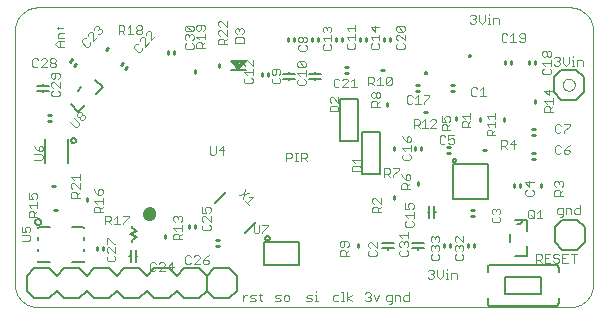
<source format=gto>
G75*
%MOIN*%
%OFA0B0*%
%FSLAX24Y24*%
%IPPOS*%
%LPD*%
%AMOC8*
5,1,8,0,0,1.08239X$1,22.5*
%
%ADD10C,0.0030*%
%ADD11C,0.0010*%
%ADD12C,0.0100*%
%ADD13C,0.0020*%
%ADD14C,0.0079*%
%ADD15C,0.0050*%
%ADD16C,0.0059*%
%ADD17C,0.0040*%
%ADD18C,0.0080*%
%ADD19C,0.0400*%
%ADD20C,0.0060*%
%ADD21C,0.0000*%
D10*
X004665Y003402D02*
X004713Y003354D01*
X004810Y003354D01*
X004858Y003402D01*
X004960Y003354D02*
X005153Y003548D01*
X005153Y003596D01*
X005105Y003644D01*
X005008Y003644D01*
X004960Y003596D01*
X004858Y003596D02*
X004810Y003644D01*
X004713Y003644D01*
X004665Y003596D01*
X004665Y003402D01*
X004960Y003354D02*
X005153Y003354D01*
X005254Y003499D02*
X005448Y003499D01*
X005399Y003354D02*
X005399Y003644D01*
X005254Y003499D01*
X005831Y003632D02*
X005879Y003584D01*
X005976Y003584D01*
X006025Y003632D01*
X006126Y003584D02*
X006319Y003778D01*
X006319Y003826D01*
X006271Y003874D01*
X006174Y003874D01*
X006126Y003826D01*
X006025Y003826D02*
X005976Y003874D01*
X005879Y003874D01*
X005831Y003826D01*
X005831Y003632D01*
X006126Y003584D02*
X006319Y003584D01*
X006420Y003632D02*
X006469Y003584D01*
X006565Y003584D01*
X006614Y003632D01*
X006614Y003681D01*
X006565Y003729D01*
X006420Y003729D01*
X006420Y003632D01*
X006420Y003729D02*
X006517Y003826D01*
X006614Y003874D01*
X005735Y004404D02*
X005445Y004404D01*
X005445Y004549D01*
X005493Y004598D01*
X005590Y004598D01*
X005638Y004549D01*
X005638Y004404D01*
X005638Y004501D02*
X005735Y004598D01*
X005735Y004699D02*
X005735Y004892D01*
X005735Y004795D02*
X005445Y004795D01*
X005542Y004699D01*
X005493Y004993D02*
X005445Y005042D01*
X005445Y005139D01*
X005493Y005187D01*
X005542Y005187D01*
X005590Y005139D01*
X005638Y005187D01*
X005687Y005187D01*
X005735Y005139D01*
X005735Y005042D01*
X005687Y004993D01*
X005590Y005090D02*
X005590Y005139D01*
X006395Y005144D02*
X006395Y005047D01*
X006443Y004999D01*
X006443Y004898D02*
X006395Y004849D01*
X006395Y004752D01*
X006443Y004704D01*
X006637Y004704D01*
X006685Y004752D01*
X006685Y004849D01*
X006637Y004898D01*
X006685Y004999D02*
X006492Y005192D01*
X006443Y005192D01*
X006395Y005144D01*
X006685Y005192D02*
X006685Y004999D01*
X006637Y005293D02*
X006685Y005342D01*
X006685Y005439D01*
X006637Y005487D01*
X006540Y005487D01*
X006492Y005439D01*
X006492Y005390D01*
X006540Y005293D01*
X006395Y005293D01*
X006395Y005487D01*
X007627Y005890D02*
X007969Y005959D01*
X007972Y005819D02*
X008109Y005819D01*
X007904Y005613D01*
X007836Y005682D02*
X007972Y005545D01*
X007764Y005753D02*
X007833Y006095D01*
X009197Y007010D02*
X009197Y007300D01*
X009342Y007300D01*
X009390Y007251D01*
X009390Y007155D01*
X009342Y007106D01*
X009197Y007106D01*
X009492Y007010D02*
X009588Y007010D01*
X009540Y007010D02*
X009540Y007300D01*
X009492Y007300D02*
X009588Y007300D01*
X009688Y007300D02*
X009833Y007300D01*
X009881Y007251D01*
X009881Y007155D01*
X009833Y007106D01*
X009688Y007106D01*
X009688Y007010D02*
X009688Y007300D01*
X009785Y007106D02*
X009881Y007010D01*
X011391Y007062D02*
X011488Y006966D01*
X011439Y006865D02*
X011391Y006816D01*
X011391Y006671D01*
X011681Y006671D01*
X011681Y006816D01*
X011633Y006865D01*
X011439Y006865D01*
X011681Y006966D02*
X011681Y007159D01*
X011681Y007062D02*
X011391Y007062D01*
X012476Y006781D02*
X012621Y006781D01*
X012669Y006733D01*
X012669Y006636D01*
X012621Y006588D01*
X012476Y006588D01*
X012572Y006588D02*
X012669Y006491D01*
X012770Y006491D02*
X012770Y006540D01*
X012964Y006733D01*
X012964Y006781D01*
X012770Y006781D01*
X012476Y006781D02*
X012476Y006491D01*
X013045Y006572D02*
X013093Y006475D01*
X013190Y006379D01*
X013190Y006524D01*
X013238Y006572D01*
X013287Y006572D01*
X013335Y006524D01*
X013335Y006427D01*
X013287Y006379D01*
X013190Y006379D01*
X013190Y006278D02*
X013238Y006229D01*
X013238Y006084D01*
X013238Y006181D02*
X013335Y006278D01*
X013190Y006278D02*
X013093Y006278D01*
X013045Y006229D01*
X013045Y006084D01*
X013335Y006084D01*
X013305Y005603D02*
X013402Y005603D01*
X013450Y005555D01*
X013450Y005458D01*
X013402Y005409D01*
X013305Y005409D02*
X013257Y005506D01*
X013257Y005555D01*
X013305Y005603D01*
X013160Y005603D02*
X013160Y005409D01*
X013305Y005409D01*
X013450Y005308D02*
X013450Y005115D01*
X013450Y005212D02*
X013160Y005212D01*
X013257Y005115D01*
X013208Y005014D02*
X013160Y004965D01*
X013160Y004869D01*
X013208Y004820D01*
X013402Y004820D01*
X013450Y004869D01*
X013450Y004965D01*
X013402Y005014D01*
X013265Y004637D02*
X013265Y004443D01*
X013265Y004540D02*
X012975Y004540D01*
X013072Y004443D01*
X013072Y004342D02*
X013120Y004294D01*
X013168Y004342D01*
X013217Y004342D01*
X013265Y004294D01*
X013265Y004197D01*
X013217Y004149D01*
X013217Y004048D02*
X013265Y003999D01*
X013265Y003902D01*
X013217Y003854D01*
X013023Y003854D01*
X012975Y003902D01*
X012975Y003999D01*
X013023Y004048D01*
X013023Y004149D02*
X012975Y004197D01*
X012975Y004294D01*
X013023Y004342D01*
X013072Y004342D01*
X013120Y004294D02*
X013120Y004245D01*
X014015Y004160D02*
X014063Y004208D01*
X014112Y004208D01*
X014160Y004160D01*
X014208Y004208D01*
X014257Y004208D01*
X014305Y004160D01*
X014305Y004063D01*
X014257Y004015D01*
X014257Y003914D02*
X014305Y003865D01*
X014305Y003769D01*
X014257Y003720D01*
X014063Y003720D01*
X014015Y003769D01*
X014015Y003865D01*
X014063Y003914D01*
X014063Y004015D02*
X014015Y004063D01*
X014015Y004160D01*
X014160Y004160D02*
X014160Y004112D01*
X014257Y004309D02*
X014305Y004358D01*
X014305Y004455D01*
X014257Y004503D01*
X014208Y004503D01*
X014160Y004455D01*
X014160Y004406D01*
X014160Y004455D02*
X014112Y004503D01*
X014063Y004503D01*
X014015Y004455D01*
X014015Y004358D01*
X014063Y004309D01*
X014815Y004358D02*
X014863Y004309D01*
X014815Y004358D02*
X014815Y004455D01*
X014863Y004503D01*
X014912Y004503D01*
X015105Y004309D01*
X015105Y004503D01*
X015057Y004208D02*
X015105Y004160D01*
X015105Y004063D01*
X015057Y004015D01*
X015057Y003914D02*
X015105Y003865D01*
X015105Y003769D01*
X015057Y003720D01*
X014863Y003720D01*
X014815Y003769D01*
X014815Y003865D01*
X014863Y003914D01*
X014863Y004015D02*
X014815Y004063D01*
X014815Y004160D01*
X014863Y004208D01*
X014912Y004208D01*
X014960Y004160D01*
X015008Y004208D01*
X015057Y004208D01*
X014960Y004160D02*
X014960Y004112D01*
X014562Y003433D02*
X014562Y003384D01*
X014562Y003288D02*
X014562Y003094D01*
X014514Y003094D02*
X014611Y003094D01*
X014711Y003094D02*
X014711Y003288D01*
X014856Y003288D01*
X014904Y003239D01*
X014904Y003094D01*
X014562Y003288D02*
X014514Y003288D01*
X014413Y003384D02*
X014413Y003191D01*
X014316Y003094D01*
X014219Y003191D01*
X014219Y003384D01*
X014118Y003336D02*
X014118Y003288D01*
X014070Y003239D01*
X014118Y003191D01*
X014118Y003142D01*
X014070Y003094D01*
X013973Y003094D01*
X013925Y003142D01*
X014022Y003239D02*
X014070Y003239D01*
X014118Y003336D02*
X014070Y003384D01*
X013973Y003384D01*
X013925Y003336D01*
X013306Y002634D02*
X013306Y002344D01*
X013161Y002344D01*
X013112Y002392D01*
X013112Y002489D01*
X013161Y002538D01*
X013306Y002538D01*
X013011Y002489D02*
X013011Y002344D01*
X013011Y002489D02*
X012963Y002538D01*
X012818Y002538D01*
X012818Y002344D01*
X012717Y002344D02*
X012571Y002344D01*
X012523Y002392D01*
X012523Y002489D01*
X012571Y002538D01*
X012717Y002538D01*
X012717Y002296D01*
X012668Y002247D01*
X012620Y002247D01*
X012212Y002344D02*
X012308Y002538D01*
X012115Y002538D02*
X012212Y002344D01*
X012014Y002392D02*
X011965Y002344D01*
X011869Y002344D01*
X011820Y002392D01*
X011917Y002489D02*
X011965Y002489D01*
X012014Y002441D01*
X012014Y002392D01*
X011965Y002489D02*
X012014Y002538D01*
X012014Y002586D01*
X011965Y002634D01*
X011869Y002634D01*
X011820Y002586D01*
X011383Y002538D02*
X011238Y002441D01*
X011383Y002344D01*
X011238Y002344D02*
X011238Y002634D01*
X011090Y002634D02*
X011090Y002344D01*
X011138Y002344D02*
X011041Y002344D01*
X010940Y002344D02*
X010795Y002344D01*
X010747Y002392D01*
X010747Y002489D01*
X010795Y002538D01*
X010940Y002538D01*
X011041Y002634D02*
X011090Y002634D01*
X010212Y002634D02*
X010212Y002683D01*
X010212Y002538D02*
X010212Y002344D01*
X010164Y002344D02*
X010261Y002344D01*
X010212Y002538D02*
X010164Y002538D01*
X010063Y002538D02*
X009918Y002538D01*
X009869Y002489D01*
X009918Y002441D01*
X010015Y002441D01*
X010063Y002392D01*
X010015Y002344D01*
X009869Y002344D01*
X009308Y002392D02*
X009308Y002489D01*
X009260Y002538D01*
X009163Y002538D01*
X009115Y002489D01*
X009115Y002392D01*
X009163Y002344D01*
X009260Y002344D01*
X009308Y002392D01*
X009014Y002392D02*
X008965Y002441D01*
X008869Y002441D01*
X008820Y002489D01*
X008869Y002538D01*
X009014Y002538D01*
X009014Y002392D02*
X008965Y002344D01*
X008820Y002344D01*
X008384Y002344D02*
X008335Y002392D01*
X008335Y002586D01*
X008287Y002538D02*
X008384Y002538D01*
X008186Y002538D02*
X008041Y002538D01*
X007992Y002489D01*
X008041Y002441D01*
X008137Y002441D01*
X008186Y002392D01*
X008137Y002344D01*
X007992Y002344D01*
X007892Y002538D02*
X007843Y002538D01*
X007747Y002441D01*
X007747Y002344D02*
X007747Y002538D01*
X010995Y003854D02*
X010995Y003999D01*
X011043Y004048D01*
X011140Y004048D01*
X011188Y003999D01*
X011188Y003854D01*
X011188Y003951D02*
X011285Y004048D01*
X011237Y004149D02*
X011285Y004197D01*
X011285Y004294D01*
X011237Y004342D01*
X011043Y004342D01*
X010995Y004294D01*
X010995Y004197D01*
X011043Y004149D01*
X011092Y004149D01*
X011140Y004197D01*
X011140Y004342D01*
X011285Y003854D02*
X010995Y003854D01*
X008603Y004846D02*
X008410Y004652D01*
X008410Y004604D01*
X008308Y004652D02*
X008308Y004894D01*
X008410Y004894D02*
X008603Y004894D01*
X008603Y004846D01*
X008308Y004652D02*
X008260Y004604D01*
X008163Y004604D01*
X008115Y004652D01*
X008115Y004894D01*
X012070Y005304D02*
X012070Y005449D01*
X012118Y005498D01*
X012215Y005498D01*
X012263Y005449D01*
X012263Y005304D01*
X012263Y005401D02*
X012360Y005498D01*
X012360Y005599D02*
X012167Y005792D01*
X012118Y005792D01*
X012070Y005744D01*
X012070Y005647D01*
X012118Y005599D01*
X012360Y005599D02*
X012360Y005792D01*
X012360Y005304D02*
X012070Y005304D01*
X013118Y007054D02*
X013312Y007054D01*
X013360Y007102D01*
X013360Y007199D01*
X013312Y007248D01*
X013360Y007349D02*
X013360Y007542D01*
X013360Y007445D02*
X013070Y007445D01*
X013167Y007349D01*
X013118Y007248D02*
X013070Y007199D01*
X013070Y007102D01*
X013118Y007054D01*
X013215Y007643D02*
X013118Y007740D01*
X013070Y007837D01*
X013215Y007789D02*
X013215Y007643D01*
X013312Y007643D01*
X013360Y007692D01*
X013360Y007789D01*
X013312Y007837D01*
X013263Y007837D01*
X013215Y007789D01*
X014315Y007821D02*
X014315Y007627D01*
X014363Y007579D01*
X014460Y007579D01*
X014508Y007627D01*
X014610Y007627D02*
X014658Y007579D01*
X014755Y007579D01*
X014803Y007627D01*
X014803Y007724D01*
X014755Y007773D01*
X014706Y007773D01*
X014610Y007724D01*
X014610Y007869D01*
X014803Y007869D01*
X014508Y007821D02*
X014460Y007869D01*
X014363Y007869D01*
X014315Y007821D01*
X016365Y007719D02*
X016365Y007429D01*
X016365Y007526D02*
X016510Y007526D01*
X016558Y007574D01*
X016558Y007671D01*
X016510Y007719D01*
X016365Y007719D01*
X016462Y007526D02*
X016558Y007429D01*
X016660Y007574D02*
X016853Y007574D01*
X016805Y007429D02*
X016805Y007719D01*
X016660Y007574D01*
X018165Y007496D02*
X018165Y007302D01*
X018213Y007254D01*
X018310Y007254D01*
X018358Y007302D01*
X018460Y007302D02*
X018508Y007254D01*
X018605Y007254D01*
X018653Y007302D01*
X018653Y007351D01*
X018605Y007399D01*
X018460Y007399D01*
X018460Y007302D01*
X018460Y007399D02*
X018556Y007496D01*
X018653Y007544D01*
X018358Y007496D02*
X018310Y007544D01*
X018213Y007544D01*
X018165Y007496D01*
X018213Y007954D02*
X018310Y007954D01*
X018358Y008002D01*
X018460Y008002D02*
X018460Y007954D01*
X018460Y008002D02*
X018653Y008196D01*
X018653Y008244D01*
X018460Y008244D01*
X018358Y008196D02*
X018310Y008244D01*
X018213Y008244D01*
X018165Y008196D01*
X018165Y008002D01*
X018213Y007954D01*
X015864Y009184D02*
X015670Y009184D01*
X015767Y009184D02*
X015767Y009474D01*
X015670Y009378D01*
X015569Y009426D02*
X015521Y009474D01*
X015424Y009474D01*
X015376Y009426D01*
X015376Y009232D01*
X015424Y009184D01*
X015521Y009184D01*
X015569Y009232D01*
X017745Y009952D02*
X017793Y009904D01*
X017987Y009904D01*
X018035Y009952D01*
X018035Y010049D01*
X017987Y010098D01*
X018035Y010199D02*
X018035Y010392D01*
X018035Y010295D02*
X017745Y010295D01*
X017842Y010199D01*
X017793Y010098D02*
X017745Y010049D01*
X017745Y009952D01*
X018125Y010242D02*
X018173Y010194D01*
X018270Y010194D01*
X018318Y010242D01*
X018318Y010291D01*
X018270Y010339D01*
X018222Y010339D01*
X018270Y010339D02*
X018318Y010388D01*
X018318Y010436D01*
X018270Y010484D01*
X018173Y010484D01*
X018125Y010436D01*
X018035Y010542D02*
X017987Y010493D01*
X017938Y010493D01*
X017890Y010542D01*
X017890Y010639D01*
X017938Y010687D01*
X017987Y010687D01*
X018035Y010639D01*
X018035Y010542D01*
X017890Y010542D02*
X017842Y010493D01*
X017793Y010493D01*
X017745Y010542D01*
X017745Y010639D01*
X017793Y010687D01*
X017842Y010687D01*
X017890Y010639D01*
X018419Y010484D02*
X018419Y010291D01*
X018516Y010194D01*
X018613Y010291D01*
X018613Y010484D01*
X018714Y010388D02*
X018762Y010388D01*
X018762Y010194D01*
X018714Y010194D02*
X018811Y010194D01*
X018911Y010194D02*
X018911Y010388D01*
X019056Y010388D01*
X019104Y010339D01*
X019104Y010194D01*
X018762Y010484D02*
X018762Y010533D01*
X017164Y011032D02*
X017164Y011226D01*
X017115Y011274D01*
X017019Y011274D01*
X016970Y011226D01*
X016970Y011178D01*
X017019Y011129D01*
X017164Y011129D01*
X017164Y011032D02*
X017115Y010984D01*
X017019Y010984D01*
X016970Y011032D01*
X016869Y010984D02*
X016676Y010984D01*
X016772Y010984D02*
X016772Y011274D01*
X016676Y011178D01*
X016575Y011226D02*
X016526Y011274D01*
X016429Y011274D01*
X016381Y011226D01*
X016381Y011032D01*
X016429Y010984D01*
X016526Y010984D01*
X016575Y011032D01*
X016304Y011594D02*
X016304Y011739D01*
X016256Y011788D01*
X016111Y011788D01*
X016111Y011594D01*
X016011Y011594D02*
X015914Y011594D01*
X015962Y011594D02*
X015962Y011788D01*
X015914Y011788D01*
X015962Y011884D02*
X015962Y011933D01*
X015813Y011884D02*
X015813Y011691D01*
X015716Y011594D01*
X015619Y011691D01*
X015619Y011884D01*
X015518Y011836D02*
X015518Y011788D01*
X015470Y011739D01*
X015518Y011691D01*
X015518Y011642D01*
X015470Y011594D01*
X015373Y011594D01*
X015325Y011642D01*
X015422Y011739D02*
X015470Y011739D01*
X015518Y011836D02*
X015470Y011884D01*
X015373Y011884D01*
X015325Y011836D01*
X013155Y011479D02*
X013155Y011382D01*
X013107Y011333D01*
X012913Y011527D01*
X013107Y011527D01*
X013155Y011479D01*
X013107Y011333D02*
X012913Y011333D01*
X012865Y011382D01*
X012865Y011479D01*
X012913Y011527D01*
X012913Y011232D02*
X012865Y011184D01*
X012865Y011087D01*
X012913Y011039D01*
X012913Y010938D02*
X012865Y010889D01*
X012865Y010792D01*
X012913Y010744D01*
X013107Y010744D01*
X013155Y010792D01*
X013155Y010889D01*
X013107Y010938D01*
X013155Y011039D02*
X012962Y011232D01*
X012913Y011232D01*
X013155Y011232D02*
X013155Y011039D01*
X012305Y011039D02*
X012305Y011232D01*
X012305Y011135D02*
X012015Y011135D01*
X012112Y011039D01*
X012063Y010938D02*
X012015Y010889D01*
X012015Y010792D01*
X012063Y010744D01*
X012257Y010744D01*
X012305Y010792D01*
X012305Y010889D01*
X012257Y010938D01*
X012160Y011333D02*
X012160Y011527D01*
X012305Y011479D02*
X012015Y011479D01*
X012160Y011333D01*
X011505Y011353D02*
X011505Y011547D01*
X011505Y011450D02*
X011215Y011450D01*
X011312Y011353D01*
X011505Y011252D02*
X011505Y011059D01*
X011505Y011155D02*
X011215Y011155D01*
X011312Y011059D01*
X011263Y010958D02*
X011215Y010909D01*
X011215Y010812D01*
X011263Y010764D01*
X011457Y010764D01*
X011505Y010812D01*
X011505Y010909D01*
X011457Y010958D01*
X010705Y011009D02*
X010705Y011202D01*
X010705Y011105D02*
X010415Y011105D01*
X010512Y011009D01*
X010463Y010908D02*
X010415Y010859D01*
X010415Y010762D01*
X010463Y010714D01*
X010657Y010714D01*
X010705Y010762D01*
X010705Y010859D01*
X010657Y010908D01*
X010657Y011303D02*
X010705Y011352D01*
X010705Y011449D01*
X010657Y011497D01*
X010608Y011497D01*
X010560Y011449D01*
X010560Y011400D01*
X010560Y011449D02*
X010512Y011497D01*
X010463Y011497D01*
X010415Y011449D01*
X010415Y011352D01*
X010463Y011303D01*
X009812Y010337D02*
X009860Y010289D01*
X009860Y010192D01*
X009812Y010143D01*
X009618Y010337D01*
X009812Y010337D01*
X009618Y010337D02*
X009570Y010289D01*
X009570Y010192D01*
X009618Y010143D01*
X009812Y010143D01*
X009860Y010042D02*
X009860Y009849D01*
X009860Y009945D02*
X009570Y009945D01*
X009667Y009849D01*
X009618Y009748D02*
X009570Y009699D01*
X009570Y009602D01*
X009618Y009554D01*
X009812Y009554D01*
X009860Y009602D01*
X009860Y009699D01*
X009812Y009748D01*
X010781Y009716D02*
X010781Y009522D01*
X010829Y009474D01*
X010926Y009474D01*
X010975Y009522D01*
X011076Y009474D02*
X011269Y009668D01*
X011269Y009716D01*
X011221Y009764D01*
X011124Y009764D01*
X011076Y009716D01*
X010975Y009716D02*
X010926Y009764D01*
X010829Y009764D01*
X010781Y009716D01*
X011076Y009474D02*
X011269Y009474D01*
X011370Y009474D02*
X011564Y009474D01*
X011467Y009474D02*
X011467Y009764D01*
X011370Y009668D01*
X011931Y009631D02*
X012076Y009631D01*
X012125Y009679D01*
X012125Y009776D01*
X012076Y009824D01*
X011931Y009824D01*
X011931Y009534D01*
X012028Y009631D02*
X012125Y009534D01*
X012226Y009534D02*
X012419Y009534D01*
X012322Y009534D02*
X012322Y009824D01*
X012226Y009728D01*
X012520Y009776D02*
X012569Y009824D01*
X012665Y009824D01*
X012714Y009776D01*
X012520Y009582D01*
X012569Y009534D01*
X012665Y009534D01*
X012714Y009582D01*
X012714Y009776D01*
X012520Y009776D02*
X012520Y009582D01*
X012282Y009312D02*
X012330Y009264D01*
X012330Y009167D01*
X012282Y009119D01*
X012233Y009119D01*
X012185Y009167D01*
X012185Y009264D01*
X012233Y009312D01*
X012282Y009312D01*
X012185Y009264D02*
X012137Y009312D01*
X012088Y009312D01*
X012040Y009264D01*
X012040Y009167D01*
X012088Y009119D01*
X012137Y009119D01*
X012185Y009167D01*
X012185Y009018D02*
X012088Y009018D01*
X012040Y008969D01*
X012040Y008824D01*
X012330Y008824D01*
X012233Y008824D02*
X012233Y008969D01*
X012185Y009018D01*
X012233Y008921D02*
X012330Y009018D01*
X010941Y008966D02*
X010748Y009159D01*
X010699Y009159D01*
X010651Y009111D01*
X010651Y009014D01*
X010699Y008966D01*
X010699Y008865D02*
X010651Y008816D01*
X010651Y008671D01*
X010941Y008671D01*
X010941Y008816D01*
X010893Y008865D01*
X010699Y008865D01*
X010941Y008966D02*
X010941Y009159D01*
X009010Y009652D02*
X009010Y009749D01*
X008962Y009798D01*
X008962Y009899D02*
X009010Y009947D01*
X009010Y010044D01*
X008962Y010092D01*
X008768Y010092D01*
X008720Y010044D01*
X008720Y009947D01*
X008768Y009899D01*
X008817Y009899D01*
X008865Y009947D01*
X008865Y010092D01*
X008768Y009798D02*
X008720Y009749D01*
X008720Y009652D01*
X008768Y009604D01*
X008962Y009604D01*
X009010Y009652D01*
X008085Y009652D02*
X008085Y009749D01*
X008037Y009798D01*
X008085Y009899D02*
X008085Y010092D01*
X008085Y009995D02*
X007795Y009995D01*
X007892Y009899D01*
X007843Y009798D02*
X007795Y009749D01*
X007795Y009652D01*
X007843Y009604D01*
X008037Y009604D01*
X008085Y009652D01*
X008085Y010193D02*
X007892Y010387D01*
X007843Y010387D01*
X007795Y010339D01*
X007795Y010242D01*
X007843Y010193D01*
X008085Y010193D02*
X008085Y010387D01*
X007235Y010904D02*
X006945Y010904D01*
X006945Y011049D01*
X006993Y011098D01*
X007090Y011098D01*
X007138Y011049D01*
X007138Y010904D01*
X007138Y011001D02*
X007235Y011098D01*
X007235Y011199D02*
X007042Y011392D01*
X006993Y011392D01*
X006945Y011344D01*
X006945Y011247D01*
X006993Y011199D01*
X007235Y011199D02*
X007235Y011392D01*
X007235Y011493D02*
X007042Y011687D01*
X006993Y011687D01*
X006945Y011639D01*
X006945Y011542D01*
X006993Y011493D01*
X007235Y011493D02*
X007235Y011687D01*
X007499Y011397D02*
X007547Y011446D01*
X007596Y011446D01*
X007644Y011397D01*
X007693Y011446D01*
X007741Y011446D01*
X007789Y011397D01*
X007789Y011301D01*
X007741Y011252D01*
X007741Y011151D02*
X007547Y011151D01*
X007499Y011103D01*
X007499Y010958D01*
X007789Y010958D01*
X007789Y011103D01*
X007741Y011151D01*
X007547Y011252D02*
X007499Y011301D01*
X007499Y011397D01*
X007644Y011397D02*
X007644Y011349D01*
X006491Y011412D02*
X006491Y011509D01*
X006443Y011558D01*
X006250Y011558D01*
X006201Y011509D01*
X006201Y011412D01*
X006250Y011364D01*
X006298Y011364D01*
X006346Y011412D01*
X006346Y011558D01*
X006116Y011483D02*
X006116Y011387D01*
X006068Y011338D01*
X005874Y011532D01*
X006068Y011532D01*
X006116Y011483D01*
X006068Y011338D02*
X005874Y011338D01*
X005826Y011387D01*
X005826Y011483D01*
X005874Y011532D01*
X005874Y011237D02*
X005923Y011237D01*
X005971Y011189D01*
X006020Y011237D01*
X006068Y011237D01*
X006116Y011189D01*
X006116Y011092D01*
X006068Y011044D01*
X006068Y010943D02*
X006116Y010894D01*
X006116Y010797D01*
X006068Y010749D01*
X005874Y010749D01*
X005826Y010797D01*
X005826Y010894D01*
X005874Y010943D01*
X005874Y011044D02*
X005826Y011092D01*
X005826Y011189D01*
X005874Y011237D01*
X005971Y011189D02*
X005971Y011140D01*
X006201Y011166D02*
X006491Y011166D01*
X006491Y011069D02*
X006491Y011263D01*
X006443Y011364D02*
X006491Y011412D01*
X006201Y011166D02*
X006298Y011069D01*
X006346Y010968D02*
X006395Y010920D01*
X006395Y010775D01*
X006491Y010775D02*
X006201Y010775D01*
X006201Y010920D01*
X006250Y010968D01*
X006346Y010968D01*
X006395Y010872D02*
X006491Y010968D01*
X004844Y011178D02*
X004707Y011042D01*
X004707Y011315D01*
X004673Y011349D01*
X004604Y011349D01*
X004536Y011281D01*
X004536Y011213D01*
X004465Y011141D02*
X004396Y011141D01*
X004328Y011073D01*
X004328Y011004D01*
X004256Y010933D02*
X004188Y010933D01*
X004119Y010864D01*
X004119Y010796D01*
X004256Y010659D01*
X004325Y010659D01*
X004393Y010728D01*
X004393Y010796D01*
X004499Y010833D02*
X004499Y011107D01*
X004465Y011141D01*
X004353Y011248D02*
X004256Y011248D01*
X004208Y011296D01*
X004208Y011345D01*
X004256Y011393D01*
X004353Y011393D01*
X004401Y011345D01*
X004401Y011296D01*
X004353Y011248D01*
X004353Y011393D02*
X004401Y011442D01*
X004401Y011490D01*
X004353Y011538D01*
X004256Y011538D01*
X004208Y011490D01*
X004208Y011442D01*
X004256Y011393D01*
X004107Y011248D02*
X003913Y011248D01*
X004010Y011248D02*
X004010Y011538D01*
X003913Y011442D01*
X003812Y011490D02*
X003812Y011393D01*
X003764Y011345D01*
X003619Y011345D01*
X003715Y011345D02*
X003812Y011248D01*
X003619Y011248D02*
X003619Y011538D01*
X003764Y011538D01*
X003812Y011490D01*
X003074Y011383D02*
X003074Y011315D01*
X003005Y011247D01*
X002937Y011247D01*
X002900Y011141D02*
X002763Y011004D01*
X002763Y011278D01*
X002729Y011312D01*
X002660Y011312D01*
X002592Y011243D01*
X002592Y011175D01*
X002520Y011104D02*
X002452Y011104D01*
X002384Y011035D01*
X002384Y010967D01*
X002520Y010830D01*
X002589Y010830D01*
X002657Y010898D01*
X002657Y010967D01*
X002800Y011383D02*
X002800Y011452D01*
X002869Y011520D01*
X002937Y011520D01*
X002971Y011486D01*
X002971Y011418D01*
X003040Y011418D01*
X003074Y011383D01*
X002971Y011418D02*
X002937Y011383D01*
X001795Y011299D02*
X001650Y011299D01*
X001602Y011251D01*
X001602Y011106D01*
X001795Y011106D01*
X001795Y011005D02*
X001602Y011005D01*
X001505Y010908D01*
X001602Y010811D01*
X001795Y010811D01*
X001650Y010811D02*
X001650Y011005D01*
X001602Y011401D02*
X001602Y011497D01*
X001553Y011449D02*
X001747Y011449D01*
X001795Y011497D01*
X001473Y010440D02*
X001521Y010391D01*
X001521Y010343D01*
X001473Y010295D01*
X001376Y010295D01*
X001328Y010343D01*
X001328Y010391D01*
X001376Y010440D01*
X001473Y010440D01*
X001473Y010295D02*
X001521Y010246D01*
X001521Y010198D01*
X001473Y010149D01*
X001376Y010149D01*
X001328Y010198D01*
X001328Y010246D01*
X001376Y010295D01*
X001226Y010343D02*
X001033Y010149D01*
X001226Y010149D01*
X000932Y010198D02*
X000883Y010149D01*
X000787Y010149D01*
X000738Y010198D01*
X000738Y010391D01*
X000787Y010440D01*
X000883Y010440D01*
X000932Y010391D01*
X001033Y010391D02*
X001081Y010440D01*
X001178Y010440D01*
X001226Y010391D01*
X001226Y010343D01*
X001413Y009953D02*
X001365Y009905D01*
X001365Y009808D01*
X001413Y009759D01*
X001462Y009759D01*
X001510Y009808D01*
X001510Y009953D01*
X001607Y009953D02*
X001413Y009953D01*
X001607Y009953D02*
X001655Y009905D01*
X001655Y009808D01*
X001607Y009759D01*
X001655Y009658D02*
X001655Y009465D01*
X001462Y009658D01*
X001413Y009658D01*
X001365Y009610D01*
X001365Y009513D01*
X001413Y009465D01*
X001413Y009364D02*
X001365Y009315D01*
X001365Y009219D01*
X001413Y009170D01*
X001607Y009170D01*
X001655Y009219D01*
X001655Y009315D01*
X001607Y009364D01*
X004499Y010833D02*
X004636Y010970D01*
X006656Y007524D02*
X006656Y007282D01*
X006705Y007233D01*
X006802Y007233D01*
X006850Y007282D01*
X006850Y007524D01*
X006951Y007379D02*
X007145Y007379D01*
X007096Y007524D02*
X006951Y007379D01*
X007096Y007233D02*
X007096Y007524D01*
X003085Y006039D02*
X003085Y005942D01*
X003037Y005893D01*
X002940Y005893D01*
X002940Y006039D01*
X002988Y006087D01*
X003037Y006087D01*
X003085Y006039D01*
X002940Y005893D02*
X002843Y005990D01*
X002795Y006087D01*
X003085Y005792D02*
X003085Y005599D01*
X003085Y005695D02*
X002795Y005695D01*
X002892Y005599D01*
X002940Y005498D02*
X002988Y005449D01*
X002988Y005304D01*
X002988Y005401D02*
X003085Y005498D01*
X002940Y005498D02*
X002843Y005498D01*
X002795Y005449D01*
X002795Y005304D01*
X003085Y005304D01*
X003165Y005194D02*
X003310Y005194D01*
X003358Y005146D01*
X003358Y005049D01*
X003310Y005001D01*
X003165Y005001D01*
X003262Y005001D02*
X003358Y004904D01*
X003460Y004904D02*
X003653Y004904D01*
X003556Y004904D02*
X003556Y005194D01*
X003460Y005098D01*
X003754Y005194D02*
X003948Y005194D01*
X003948Y005146D01*
X003754Y004952D01*
X003754Y004904D01*
X003165Y004904D02*
X003165Y005194D01*
X002316Y005795D02*
X002026Y005795D01*
X002026Y005940D01*
X002074Y005988D01*
X002171Y005988D01*
X002219Y005940D01*
X002219Y005795D01*
X002219Y005891D02*
X002316Y005988D01*
X002316Y006089D02*
X002123Y006283D01*
X002074Y006283D01*
X002026Y006234D01*
X002026Y006138D01*
X002074Y006089D01*
X002316Y006089D02*
X002316Y006283D01*
X002316Y006384D02*
X002316Y006577D01*
X002316Y006481D02*
X002026Y006481D01*
X002123Y006384D01*
X000905Y005889D02*
X000905Y005792D01*
X000857Y005743D01*
X000760Y005743D02*
X000712Y005840D01*
X000712Y005889D01*
X000760Y005937D01*
X000857Y005937D01*
X000905Y005889D01*
X000760Y005743D02*
X000615Y005743D01*
X000615Y005937D01*
X000615Y005545D02*
X000905Y005545D01*
X000905Y005449D02*
X000905Y005642D01*
X000712Y005449D02*
X000615Y005545D01*
X000663Y005348D02*
X000760Y005348D01*
X000808Y005299D01*
X000808Y005154D01*
X000808Y005251D02*
X000905Y005348D01*
X000663Y005348D02*
X000615Y005299D01*
X000615Y005154D01*
X000905Y005154D01*
X003215Y004453D02*
X003215Y004259D01*
X003263Y004158D02*
X003215Y004110D01*
X003215Y004013D01*
X003263Y003965D01*
X003263Y003864D02*
X003215Y003815D01*
X003215Y003719D01*
X003263Y003670D01*
X003457Y003670D01*
X003505Y003719D01*
X003505Y003815D01*
X003457Y003864D01*
X003505Y003965D02*
X003312Y004158D01*
X003263Y004158D01*
X003457Y004259D02*
X003505Y004259D01*
X003457Y004259D02*
X003263Y004453D01*
X003215Y004453D01*
X003505Y004158D02*
X003505Y003965D01*
X017165Y005913D02*
X017213Y005865D01*
X017407Y005865D01*
X017455Y005913D01*
X017455Y006010D01*
X017407Y006058D01*
X017310Y006159D02*
X017310Y006353D01*
X017455Y006305D02*
X017165Y006305D01*
X017310Y006159D01*
X017213Y006058D02*
X017165Y006010D01*
X017165Y005913D01*
X018140Y005865D02*
X018140Y006010D01*
X018188Y006058D01*
X018285Y006058D01*
X018333Y006010D01*
X018333Y005865D01*
X018333Y005962D02*
X018430Y006058D01*
X018382Y006159D02*
X018430Y006208D01*
X018430Y006305D01*
X018382Y006353D01*
X018333Y006353D01*
X018285Y006305D01*
X018285Y006256D01*
X018285Y006305D02*
X018237Y006353D01*
X018188Y006353D01*
X018140Y006305D01*
X018140Y006208D01*
X018188Y006159D01*
X018140Y005865D02*
X018430Y005865D01*
X019006Y005534D02*
X019006Y005244D01*
X018861Y005244D01*
X018812Y005292D01*
X018812Y005389D01*
X018861Y005438D01*
X019006Y005438D01*
X018711Y005389D02*
X018711Y005244D01*
X018711Y005389D02*
X018663Y005438D01*
X018518Y005438D01*
X018518Y005244D01*
X018417Y005244D02*
X018271Y005244D01*
X018223Y005292D01*
X018223Y005389D01*
X018271Y005438D01*
X018417Y005438D01*
X018417Y005196D01*
X018368Y005147D01*
X018320Y005147D01*
X017743Y005104D02*
X017550Y005104D01*
X017646Y005104D02*
X017646Y005394D01*
X017550Y005298D01*
X017448Y005346D02*
X017448Y005152D01*
X017400Y005104D01*
X017303Y005104D01*
X017255Y005152D01*
X017255Y005346D01*
X017303Y005394D01*
X017400Y005394D01*
X017448Y005346D01*
X017352Y005201D02*
X017448Y005104D01*
X017523Y003917D02*
X017668Y003917D01*
X017716Y003869D01*
X017716Y003772D01*
X017668Y003723D01*
X017523Y003723D01*
X017523Y003627D02*
X017523Y003917D01*
X017620Y003723D02*
X017716Y003627D01*
X017817Y003627D02*
X018011Y003627D01*
X018112Y003675D02*
X018161Y003627D01*
X018257Y003627D01*
X018306Y003675D01*
X018306Y003723D01*
X018257Y003772D01*
X018161Y003772D01*
X018112Y003820D01*
X018112Y003869D01*
X018161Y003917D01*
X018257Y003917D01*
X018306Y003869D01*
X018407Y003917D02*
X018407Y003627D01*
X018600Y003627D01*
X018504Y003772D02*
X018407Y003772D01*
X018407Y003917D02*
X018600Y003917D01*
X018701Y003917D02*
X018895Y003917D01*
X018798Y003917D02*
X018798Y003627D01*
X018011Y003917D02*
X017817Y003917D01*
X017817Y003627D01*
X017817Y003772D02*
X017914Y003772D01*
D11*
X013750Y002139D02*
X000937Y002139D01*
X000883Y002141D01*
X000830Y002146D01*
X000777Y002155D01*
X000725Y002168D01*
X000673Y002184D01*
X000623Y002204D01*
X000575Y002227D01*
X000528Y002254D01*
X000483Y002283D01*
X000440Y002316D01*
X000400Y002351D01*
X000362Y002389D01*
X000327Y002429D01*
X000294Y002472D01*
X000265Y002517D01*
X000238Y002564D01*
X000215Y002612D01*
X000195Y002662D01*
X000179Y002714D01*
X000166Y002766D01*
X000157Y002819D01*
X000152Y002872D01*
X000150Y002926D01*
X000150Y011352D01*
X000152Y011406D01*
X000157Y011459D01*
X000166Y011512D01*
X000179Y011564D01*
X000195Y011616D01*
X000215Y011666D01*
X000238Y011714D01*
X000265Y011761D01*
X000294Y011806D01*
X000327Y011849D01*
X000362Y011889D01*
X000400Y011927D01*
X000440Y011962D01*
X000483Y011995D01*
X000528Y012024D01*
X000575Y012051D01*
X000623Y012074D01*
X000673Y012094D01*
X000725Y012110D01*
X000777Y012123D01*
X000830Y012132D01*
X000883Y012137D01*
X000937Y012139D01*
X013700Y012139D01*
X014900Y012139D01*
X018654Y012139D01*
X018708Y012137D01*
X018761Y012132D01*
X018814Y012123D01*
X018866Y012110D01*
X018918Y012094D01*
X018968Y012074D01*
X019016Y012051D01*
X019063Y012024D01*
X019108Y011995D01*
X019151Y011962D01*
X019191Y011927D01*
X019229Y011889D01*
X019264Y011849D01*
X019297Y011806D01*
X019326Y011761D01*
X019353Y011714D01*
X019376Y011666D01*
X019396Y011616D01*
X019412Y011564D01*
X019425Y011512D01*
X019434Y011459D01*
X019439Y011406D01*
X019441Y011352D01*
X019441Y002926D01*
X019439Y002872D01*
X019434Y002819D01*
X019425Y002766D01*
X019412Y002714D01*
X019396Y002662D01*
X019376Y002612D01*
X019353Y002564D01*
X019326Y002517D01*
X019297Y002472D01*
X019264Y002429D01*
X019229Y002389D01*
X019191Y002351D01*
X019151Y002316D01*
X019108Y002283D01*
X019063Y002254D01*
X019016Y002227D01*
X018968Y002204D01*
X018918Y002184D01*
X018866Y002168D01*
X018814Y002155D01*
X018761Y002146D01*
X018708Y002141D01*
X018654Y002139D01*
X014950Y002139D01*
X013750Y002139D01*
D12*
X014450Y004139D02*
X014450Y004239D01*
X014650Y004239D02*
X014650Y004139D01*
X015250Y004139D02*
X015250Y004239D01*
X015450Y004239D02*
X015450Y004139D01*
X015470Y005169D02*
X015370Y005169D01*
X015370Y005369D02*
X015470Y005369D01*
X016800Y006139D02*
X016800Y006239D01*
X017000Y006239D02*
X017000Y006139D01*
X017700Y006139D02*
X017700Y006239D01*
X017500Y007089D02*
X017400Y007089D01*
X017400Y007289D02*
X017500Y007289D01*
X017500Y007889D02*
X017400Y007889D01*
X017400Y008089D02*
X017500Y008089D01*
X016450Y008339D02*
X016450Y008439D01*
X015650Y008439D02*
X015650Y008339D01*
X014850Y008389D02*
X014850Y008489D01*
X013900Y008639D02*
X013800Y008639D01*
X013620Y009339D02*
X013520Y009339D01*
X013520Y009539D02*
X013620Y009539D01*
X014700Y009539D02*
X014800Y009539D01*
X014800Y009339D02*
X014700Y009339D01*
X016500Y010239D02*
X016500Y010339D01*
X016700Y010339D02*
X016700Y010239D01*
X017300Y010239D02*
X017300Y010339D01*
X017500Y010339D02*
X017500Y010239D01*
X017500Y009039D02*
X017500Y008939D01*
X015850Y007389D02*
X015750Y007389D01*
X014650Y007289D02*
X014550Y007289D01*
X014550Y007489D02*
X014650Y007489D01*
X013700Y007489D02*
X013700Y007389D01*
X013500Y007389D02*
X013500Y007489D01*
X012800Y007489D02*
X012800Y007389D01*
X013600Y006319D02*
X013600Y006219D01*
X012800Y005839D02*
X012800Y005739D01*
X011600Y004239D02*
X011600Y004139D01*
X006950Y004189D02*
X006850Y004189D01*
X006850Y004389D02*
X006950Y004389D01*
X006150Y004789D02*
X006150Y004889D01*
X005950Y004889D02*
X005950Y004789D01*
X005150Y004539D02*
X005150Y004439D01*
X003100Y004139D02*
X003100Y004039D01*
X002900Y004039D02*
X002900Y004139D01*
X001550Y005369D02*
X001450Y005369D01*
X002550Y005689D02*
X002550Y005789D01*
X001509Y006170D02*
X001409Y006170D01*
X001350Y008339D02*
X001250Y008339D01*
X001250Y008539D02*
X001350Y008539D01*
X002121Y010189D02*
X002191Y010260D01*
X002050Y010401D02*
X001979Y010331D01*
X003195Y010724D02*
X003265Y010794D01*
X003765Y010295D02*
X003694Y010224D01*
X003835Y010083D02*
X003906Y010154D01*
X005265Y010583D02*
X005265Y010683D01*
X005465Y010683D02*
X005465Y010583D01*
X006150Y010048D02*
X006150Y009948D01*
X006950Y010139D02*
X006950Y010239D01*
X008400Y009939D02*
X008400Y009839D01*
X008600Y009839D02*
X008600Y009939D01*
X009250Y011029D02*
X009250Y011129D01*
X009450Y011129D02*
X009450Y011029D01*
X010050Y011029D02*
X010050Y011129D01*
X010250Y011129D02*
X010250Y011029D01*
X010850Y011029D02*
X010850Y011129D01*
X011050Y011129D02*
X011050Y011029D01*
X011650Y011029D02*
X011650Y011129D01*
X011850Y011129D02*
X011850Y011029D01*
X012450Y011029D02*
X012450Y011129D01*
X012650Y011129D02*
X012650Y011029D01*
X011250Y010139D02*
X011150Y010139D01*
X011150Y009939D02*
X011250Y009939D01*
X012350Y010039D02*
X012450Y010039D01*
X012570Y008959D02*
X012570Y008859D01*
D13*
X013230Y008971D02*
X013277Y008924D01*
X013370Y008924D01*
X013417Y008971D01*
X013506Y008924D02*
X013693Y008924D01*
X013782Y008924D02*
X013782Y008971D01*
X013969Y009158D01*
X013969Y009204D01*
X013782Y009204D01*
X013600Y009204D02*
X013600Y008924D01*
X013230Y008971D02*
X013230Y009158D01*
X013277Y009204D01*
X013370Y009204D01*
X013417Y009158D01*
X013506Y009111D02*
X013600Y009204D01*
X014385Y008512D02*
X014385Y008325D01*
X014525Y008325D01*
X014478Y008419D01*
X014478Y008465D01*
X014525Y008512D01*
X014618Y008512D01*
X014665Y008465D01*
X014665Y008372D01*
X014618Y008325D01*
X014665Y008236D02*
X014572Y008142D01*
X014572Y008189D02*
X014572Y008049D01*
X014665Y008049D02*
X014385Y008049D01*
X014385Y008189D01*
X014431Y008236D01*
X014525Y008236D01*
X014572Y008189D01*
X014199Y008124D02*
X014012Y008124D01*
X014199Y008311D01*
X014199Y008358D01*
X014153Y008404D01*
X014059Y008404D01*
X014012Y008358D01*
X013830Y008404D02*
X013736Y008311D01*
X013647Y008358D02*
X013647Y008264D01*
X013600Y008217D01*
X013460Y008217D01*
X013460Y008124D02*
X013460Y008404D01*
X013600Y008404D01*
X013647Y008358D01*
X013830Y008404D02*
X013830Y008124D01*
X013923Y008124D02*
X013736Y008124D01*
X013647Y008124D02*
X013553Y008217D01*
X015060Y008149D02*
X015060Y008289D01*
X015106Y008336D01*
X015200Y008336D01*
X015247Y008289D01*
X015247Y008149D01*
X015340Y008149D02*
X015060Y008149D01*
X015247Y008242D02*
X015340Y008336D01*
X015340Y008425D02*
X015340Y008612D01*
X015340Y008519D02*
X015060Y008519D01*
X015153Y008425D01*
X015885Y008516D02*
X015978Y008423D01*
X015885Y008516D02*
X016165Y008516D01*
X016165Y008423D02*
X016165Y008610D01*
X016165Y008333D02*
X016165Y008147D01*
X016165Y008057D02*
X016072Y007964D01*
X016072Y008010D02*
X016072Y007870D01*
X016165Y007870D02*
X015885Y007870D01*
X015885Y008010D01*
X015931Y008057D01*
X016025Y008057D01*
X016072Y008010D01*
X015978Y008147D02*
X015885Y008240D01*
X016165Y008240D01*
X017810Y008649D02*
X017810Y008789D01*
X017856Y008836D01*
X017950Y008836D01*
X017997Y008789D01*
X017997Y008649D01*
X018090Y008649D02*
X017810Y008649D01*
X017997Y008742D02*
X018090Y008836D01*
X018090Y008925D02*
X018090Y009112D01*
X018090Y009019D02*
X017810Y009019D01*
X017903Y008925D01*
X017950Y009202D02*
X017950Y009388D01*
X018090Y009342D02*
X017810Y009342D01*
X017950Y009202D01*
X016288Y005430D02*
X016242Y005430D01*
X016195Y005383D01*
X016195Y005336D01*
X016195Y005383D02*
X016148Y005430D01*
X016101Y005430D01*
X016055Y005383D01*
X016055Y005290D01*
X016101Y005243D01*
X016101Y005153D02*
X016055Y005107D01*
X016055Y005013D01*
X016101Y004967D01*
X016288Y004967D01*
X016335Y005013D01*
X016335Y005107D01*
X016288Y005153D01*
X016288Y005243D02*
X016335Y005290D01*
X016335Y005383D01*
X016288Y005430D01*
X012215Y004312D02*
X012215Y004125D01*
X012028Y004312D01*
X011981Y004312D01*
X011935Y004265D01*
X011935Y004172D01*
X011981Y004125D01*
X011981Y004036D02*
X011935Y003989D01*
X011935Y003896D01*
X011981Y003849D01*
X012168Y003849D01*
X012215Y003896D01*
X012215Y003989D01*
X012168Y004036D01*
X001090Y007106D02*
X001090Y007199D01*
X001043Y007246D01*
X000810Y007246D01*
X000950Y007335D02*
X000950Y007476D01*
X000997Y007522D01*
X001043Y007522D01*
X001090Y007476D01*
X001090Y007382D01*
X001043Y007335D01*
X000950Y007335D01*
X000856Y007429D01*
X000810Y007522D01*
X000810Y007059D02*
X001043Y007059D01*
X001090Y007106D01*
X000624Y004827D02*
X000671Y004780D01*
X000671Y004687D01*
X000624Y004640D01*
X000624Y004550D02*
X000390Y004550D01*
X000390Y004640D02*
X000531Y004640D01*
X000484Y004733D01*
X000484Y004780D01*
X000531Y004827D01*
X000624Y004827D01*
X000390Y004827D02*
X000390Y004640D01*
X000624Y004550D02*
X000671Y004504D01*
X000671Y004410D01*
X000624Y004364D01*
X000390Y004364D01*
X009610Y010746D02*
X009656Y010699D01*
X009843Y010699D01*
X009890Y010746D01*
X009890Y010839D01*
X009843Y010886D01*
X009843Y010975D02*
X009797Y010975D01*
X009750Y011022D01*
X009750Y011115D01*
X009797Y011162D01*
X009843Y011162D01*
X009890Y011115D01*
X009890Y011022D01*
X009843Y010975D01*
X009750Y011022D02*
X009703Y010975D01*
X009656Y010975D01*
X009610Y011022D01*
X009610Y011115D01*
X009656Y011162D01*
X009703Y011162D01*
X009750Y011115D01*
X009656Y010886D02*
X009610Y010839D01*
X009610Y010746D01*
D14*
X009300Y009976D02*
X009300Y009957D01*
X009103Y009918D02*
X009497Y009918D01*
X009497Y009760D02*
X009103Y009760D01*
X009300Y009721D02*
X009300Y009702D01*
X009953Y009760D02*
X010347Y009760D01*
X010347Y009918D02*
X009953Y009918D01*
X010150Y009957D02*
X010150Y009976D01*
X010150Y009721D02*
X010150Y009702D01*
X007846Y010052D02*
X007639Y010052D01*
X007374Y010336D01*
X007846Y010336D01*
X007600Y010071D01*
X007639Y010052D02*
X007354Y010052D01*
X007600Y010150D02*
X007757Y010337D01*
X007718Y010337D01*
X007600Y010268D01*
X007600Y010189D01*
X007600Y010150D02*
X007482Y010307D01*
X007482Y010337D02*
X007600Y010268D01*
X007718Y010337D02*
X007482Y010337D01*
X001285Y009518D02*
X000891Y009518D01*
X000891Y009360D02*
X001285Y009360D01*
X001088Y009321D02*
X001088Y009302D01*
X001088Y009557D02*
X001088Y009576D01*
X004061Y004865D02*
X004061Y004786D01*
X004218Y004668D01*
X003982Y004589D01*
X004218Y004471D01*
X004061Y004392D01*
X004061Y004313D01*
X004021Y004036D02*
X004021Y003642D01*
X004179Y003642D02*
X004179Y004036D01*
X004218Y003839D02*
X004237Y003839D01*
X003982Y003839D02*
X003963Y003839D01*
X012403Y004110D02*
X012797Y004110D01*
X012797Y004268D02*
X012403Y004268D01*
X012600Y004307D02*
X012600Y004326D01*
X012600Y004071D02*
X012600Y004052D01*
X013403Y004110D02*
X013797Y004110D01*
X013797Y004268D02*
X013403Y004268D01*
X013600Y004307D02*
X013600Y004326D01*
X013600Y004071D02*
X013600Y004052D01*
X013971Y005122D02*
X013971Y005516D01*
X014129Y005516D02*
X014129Y005122D01*
X014168Y005319D02*
X014187Y005319D01*
X013932Y005319D02*
X013913Y005319D01*
D15*
X014759Y005749D02*
X014759Y006930D01*
X015941Y006930D01*
X015941Y005749D01*
X014759Y005749D01*
X012340Y006589D02*
X011740Y006589D01*
X011740Y007989D01*
X012340Y007989D01*
X012340Y006589D01*
X011600Y007689D02*
X011000Y007689D01*
X011000Y009089D01*
X011600Y009089D01*
X011600Y007689D01*
X014750Y007036D02*
X014752Y007049D01*
X014757Y007062D01*
X014766Y007073D01*
X014777Y007080D01*
X014790Y007085D01*
X014803Y007086D01*
X014817Y007083D01*
X014829Y007077D01*
X014839Y007068D01*
X014846Y007056D01*
X014850Y007043D01*
X014850Y007029D01*
X014846Y007016D01*
X014839Y007004D01*
X014829Y006995D01*
X014817Y006989D01*
X014803Y006986D01*
X014790Y006987D01*
X014777Y006992D01*
X014766Y006999D01*
X014757Y007010D01*
X014752Y007023D01*
X014750Y007036D01*
X009641Y004333D02*
X008459Y004333D01*
X008459Y003545D01*
X009641Y003545D01*
X009641Y004333D01*
X008499Y004451D02*
X008501Y004469D01*
X008507Y004485D01*
X008516Y004500D01*
X008529Y004513D01*
X008544Y004522D01*
X008560Y004528D01*
X008578Y004530D01*
X008596Y004528D01*
X008612Y004522D01*
X008627Y004513D01*
X008640Y004500D01*
X008649Y004485D01*
X008655Y004469D01*
X008657Y004451D01*
X008655Y004433D01*
X008649Y004417D01*
X008640Y004402D01*
X008627Y004389D01*
X008612Y004380D01*
X008596Y004374D01*
X008578Y004372D01*
X008560Y004374D01*
X008544Y004380D01*
X008529Y004389D01*
X008516Y004402D01*
X008507Y004417D01*
X008501Y004433D01*
X008499Y004451D01*
X002475Y004397D02*
X002475Y004475D01*
X002475Y004790D02*
X002475Y004830D01*
X002417Y004829D02*
X002047Y004829D01*
X001327Y004829D02*
X000957Y004829D01*
X000939Y004830D02*
X000939Y004790D01*
X000837Y004989D02*
X000839Y005009D01*
X000845Y005027D01*
X000854Y005045D01*
X000866Y005060D01*
X000881Y005072D01*
X000899Y005081D01*
X000917Y005087D01*
X000937Y005089D01*
X000957Y005087D01*
X000975Y005081D01*
X000993Y005072D01*
X001008Y005060D01*
X001020Y005045D01*
X001029Y005027D01*
X001035Y005009D01*
X001037Y004989D01*
X001035Y004969D01*
X001029Y004951D01*
X001020Y004933D01*
X001008Y004918D01*
X000993Y004906D01*
X000975Y004897D01*
X000957Y004891D01*
X000937Y004889D01*
X000917Y004891D01*
X000899Y004897D01*
X000881Y004906D01*
X000866Y004918D01*
X000854Y004933D01*
X000845Y004951D01*
X000839Y004969D01*
X000837Y004989D01*
X000939Y004475D02*
X000939Y004397D01*
X000939Y004082D02*
X000939Y004003D01*
X000939Y003688D02*
X000939Y003649D01*
X000967Y003649D02*
X001337Y003649D01*
X002047Y003649D02*
X002417Y003649D01*
X002475Y003649D02*
X002475Y003688D01*
X002475Y004003D02*
X002475Y004082D01*
X001944Y006958D02*
X001944Y007745D01*
X002030Y007702D02*
X002032Y007719D01*
X002037Y007736D01*
X002046Y007750D01*
X002058Y007763D01*
X002073Y007773D01*
X002089Y007779D01*
X002106Y007782D01*
X002123Y007781D01*
X002140Y007776D01*
X002155Y007768D01*
X002168Y007757D01*
X002179Y007743D01*
X002186Y007728D01*
X002190Y007711D01*
X002190Y007693D01*
X002186Y007676D01*
X002179Y007661D01*
X002168Y007647D01*
X002155Y007636D01*
X002140Y007628D01*
X002123Y007623D01*
X002106Y007622D01*
X002089Y007625D01*
X002073Y007631D01*
X002058Y007641D01*
X002046Y007654D01*
X002037Y007668D01*
X002032Y007685D01*
X002030Y007702D01*
X001156Y007745D02*
X001156Y006958D01*
X002270Y008656D02*
X002482Y008868D01*
X002270Y008656D02*
X002023Y008903D01*
X002270Y009363D02*
X002376Y009469D01*
X002836Y009716D02*
X003083Y009469D01*
X002871Y009257D01*
X015919Y003460D02*
X015919Y003302D01*
X015919Y003460D02*
X015920Y003477D01*
X015925Y003494D01*
X015932Y003509D01*
X015942Y003523D01*
X015954Y003535D01*
X015968Y003545D01*
X015983Y003552D01*
X016000Y003557D01*
X016017Y003558D01*
X018183Y003558D01*
X018200Y003557D01*
X018217Y003552D01*
X018232Y003545D01*
X018246Y003535D01*
X018258Y003523D01*
X018268Y003509D01*
X018275Y003494D01*
X018280Y003477D01*
X018281Y003460D01*
X018281Y003302D01*
X017691Y003164D02*
X017691Y002574D01*
X016509Y002574D01*
X016509Y003164D01*
X017691Y003164D01*
X018281Y002436D02*
X018281Y002279D01*
X018281Y002278D02*
X018276Y002258D01*
X018267Y002239D01*
X018256Y002222D01*
X018241Y002207D01*
X018224Y002195D01*
X018205Y002186D01*
X018185Y002180D01*
X018164Y002178D01*
X018143Y002180D01*
X016017Y002180D01*
X016017Y002181D02*
X016000Y002182D01*
X015983Y002187D01*
X015968Y002194D01*
X015954Y002204D01*
X015942Y002216D01*
X015932Y002230D01*
X015925Y002245D01*
X015920Y002262D01*
X015919Y002279D01*
X015919Y002436D01*
D16*
X013835Y009948D02*
X013837Y009960D01*
X013843Y009970D01*
X013851Y009978D01*
X013862Y009983D01*
X013874Y009984D01*
X013885Y009981D01*
X013895Y009974D01*
X013903Y009965D01*
X013907Y009954D01*
X013907Y009942D01*
X013903Y009931D01*
X013895Y009922D01*
X013885Y009915D01*
X013874Y009912D01*
X013862Y009913D01*
X013851Y009918D01*
X013843Y009926D01*
X013837Y009936D01*
X013835Y009948D01*
X015293Y010530D02*
X015295Y010542D01*
X015301Y010552D01*
X015309Y010560D01*
X015320Y010565D01*
X015332Y010566D01*
X015343Y010563D01*
X015353Y010556D01*
X015361Y010547D01*
X015365Y010536D01*
X015365Y010524D01*
X015361Y010513D01*
X015353Y010504D01*
X015343Y010497D01*
X015332Y010494D01*
X015320Y010495D01*
X015309Y010500D01*
X015301Y010508D01*
X015295Y010518D01*
X015293Y010530D01*
D17*
X002506Y008503D02*
X002506Y008437D01*
X002440Y008371D01*
X002374Y008371D01*
X002341Y008404D01*
X002341Y008470D01*
X002407Y008536D01*
X002473Y008536D01*
X002506Y008503D01*
X002407Y008536D02*
X002407Y008602D01*
X002374Y008635D01*
X002308Y008635D01*
X002242Y008569D01*
X002242Y008503D01*
X002275Y008470D01*
X002341Y008470D01*
X002298Y008295D02*
X002132Y008460D01*
X002000Y008328D02*
X002166Y008163D01*
X002232Y008163D01*
X002298Y008229D01*
X002298Y008295D01*
D18*
X006818Y005609D02*
X007180Y005971D01*
X008182Y004969D02*
X007820Y004607D01*
X007300Y003439D02*
X006800Y003439D01*
X006550Y003189D01*
X006550Y002689D01*
X006800Y002439D01*
X007300Y002439D01*
X007550Y002689D01*
X007550Y003189D01*
X007300Y003439D01*
X006550Y003189D02*
X006300Y003439D01*
X005800Y003439D01*
X005550Y003189D01*
X005300Y003439D01*
X004800Y003439D01*
X004550Y003189D01*
X004300Y003439D01*
X003800Y003439D01*
X003550Y003189D01*
X003300Y003439D01*
X002800Y003439D01*
X002550Y003189D01*
X002300Y003439D01*
X001800Y003439D01*
X001550Y003189D01*
X001300Y003439D01*
X000800Y003439D01*
X000550Y003189D01*
X000550Y002689D01*
X000800Y002439D01*
X001300Y002439D01*
X001550Y002689D01*
X001800Y002439D01*
X002300Y002439D01*
X002550Y002689D01*
X002800Y002439D01*
X003300Y002439D01*
X003550Y002689D01*
X003800Y002439D01*
X004300Y002439D01*
X004550Y002689D01*
X004800Y002439D01*
X005300Y002439D01*
X005550Y002689D01*
X005800Y002439D01*
X006300Y002439D01*
X006550Y002689D01*
X006550Y003189D01*
X018154Y004310D02*
X018404Y004060D01*
X018904Y004060D01*
X019154Y004310D01*
X019154Y004810D01*
X018904Y005060D01*
X018404Y005060D01*
X018154Y004810D01*
X018154Y004310D01*
D19*
X004630Y005247D02*
X004632Y005255D01*
X004637Y005262D01*
X004644Y005266D01*
X004652Y005267D01*
X004660Y005264D01*
X004666Y005259D01*
X004670Y005251D01*
X004670Y005243D01*
X004666Y005235D01*
X004660Y005230D01*
X004652Y005227D01*
X004644Y005228D01*
X004637Y005232D01*
X004632Y005239D01*
X004630Y005247D01*
D20*
X016670Y004569D02*
X016670Y004309D01*
X017230Y004199D02*
X017230Y003839D01*
X016840Y003839D01*
X017230Y004679D02*
X017230Y005039D01*
X017070Y005039D01*
X016840Y005039D01*
X016909Y004929D02*
X016929Y004923D01*
X016950Y004921D01*
X016971Y004923D01*
X016991Y004928D01*
X017010Y004936D01*
X017027Y004948D01*
X017041Y004963D01*
X017054Y004980D01*
X017062Y004998D01*
X017068Y005018D01*
X017070Y005039D01*
X018370Y009060D02*
X018870Y009060D01*
X019120Y009310D01*
X019120Y009810D01*
X018870Y010060D01*
X018370Y010060D01*
X018120Y009810D01*
X018120Y009310D01*
X018370Y009060D01*
D21*
X018420Y009560D02*
X018422Y009588D01*
X018428Y009615D01*
X018437Y009641D01*
X018450Y009666D01*
X018467Y009689D01*
X018486Y009709D01*
X018508Y009726D01*
X018532Y009740D01*
X018558Y009750D01*
X018585Y009757D01*
X018613Y009760D01*
X018641Y009759D01*
X018668Y009754D01*
X018695Y009745D01*
X018720Y009733D01*
X018743Y009718D01*
X018764Y009699D01*
X018782Y009678D01*
X018797Y009654D01*
X018808Y009628D01*
X018816Y009602D01*
X018820Y009574D01*
X018820Y009546D01*
X018816Y009518D01*
X018808Y009492D01*
X018797Y009466D01*
X018782Y009442D01*
X018764Y009421D01*
X018743Y009402D01*
X018720Y009387D01*
X018695Y009375D01*
X018668Y009366D01*
X018641Y009361D01*
X018613Y009360D01*
X018585Y009363D01*
X018558Y009370D01*
X018532Y009380D01*
X018508Y009394D01*
X018486Y009411D01*
X018467Y009431D01*
X018450Y009454D01*
X018437Y009479D01*
X018428Y009505D01*
X018422Y009532D01*
X018420Y009560D01*
M02*

</source>
